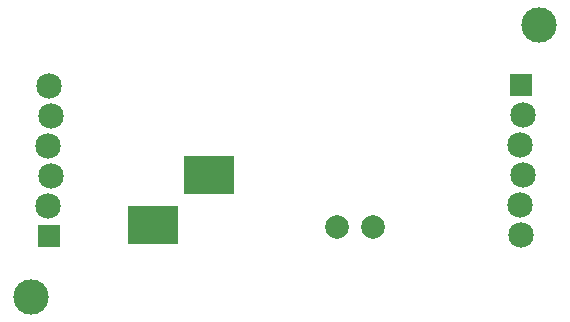
<source format=gbs>
G04 DipTrace 3.3.1.3*
G04 HypermaqI2Csensorboardv0.1.gbs*
%MOMM*%
G04 #@! TF.FileFunction,Soldermask,Bot*
G04 #@! TF.Part,Single*
%AMOUTLINE0*
4,1,4,
0.9398,0.9398,
0.9398,-0.9398,
-0.9398,-0.9398,
-0.9398,0.9398,
0.9398,0.9398,
0*%
%ADD42C,2.159*%
%ADD44C,2.0*%
%ADD56C,3.0*%
%ADD91R,4.2X3.2*%
%ADD96OUTLINE0*%
%FSLAX35Y35*%
G04*
G71*
G90*
G75*
G01*
G04 BotMask*
%LPD*%
D91*
X1856000Y1380000D3*
X1380000Y960000D3*
D96*
X4500000Y2140000D3*
D42*
X4512700Y1886000D3*
X4487300Y1632000D3*
X4512700Y1378000D3*
X4487300Y1124000D3*
X4500000Y870000D3*
D96*
X500000Y860000D3*
D42*
X487300Y1114000D3*
X512700Y1368000D3*
X487300Y1622000D3*
X512700Y1876000D3*
X500000Y2130000D3*
D44*
X2936000Y940000D3*
X3246000D3*
D56*
X350000Y350000D3*
X4650000Y2650000D3*
M02*

</source>
